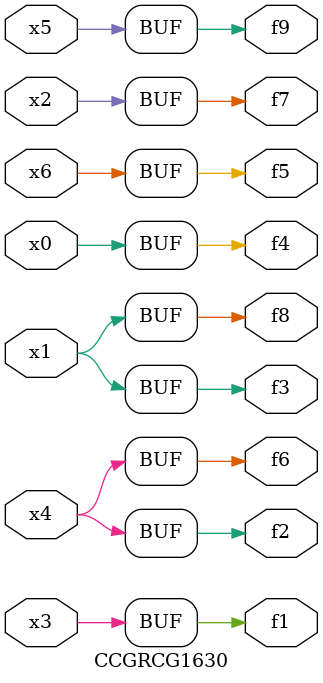
<source format=v>
module CCGRCG1630(
	input x0, x1, x2, x3, x4, x5, x6,
	output f1, f2, f3, f4, f5, f6, f7, f8, f9
);
	assign f1 = x3;
	assign f2 = x4;
	assign f3 = x1;
	assign f4 = x0;
	assign f5 = x6;
	assign f6 = x4;
	assign f7 = x2;
	assign f8 = x1;
	assign f9 = x5;
endmodule

</source>
